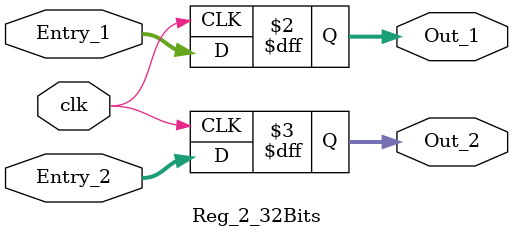
<source format=v>
`timescale 1ns / 1ps


module Reg_2_32Bits #(parameter Word_length = 32, fractional_bits = 15) (
    input clk,
    input [Word_length-1:0] Entry_1,
    input [Word_length-1:0] Entry_2,
    output reg [Word_length-1:0] Out_1,
    output reg [Word_length-1:0] Out_2
    );
    
    always @(posedge clk)
    begin
        Out_1 <= Entry_1;
        Out_2 <= Entry_2;        
    end
endmodule

</source>
